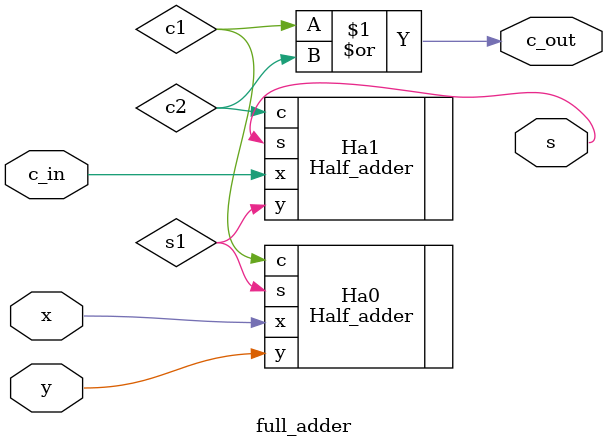
<source format=v>
module full_adder(
    input x, y, c_in,
    output c_out, s
);
    wire c1, c2, s1;

    Half_adder Ha0 (.x(x), .y(y), .c(c1), .s(s1));
    Half_adder Ha1 (.x(c_in), .y(s1), .c(c2), .s(s));
    
    assign c_out = c1 | c2;
endmodule

</source>
